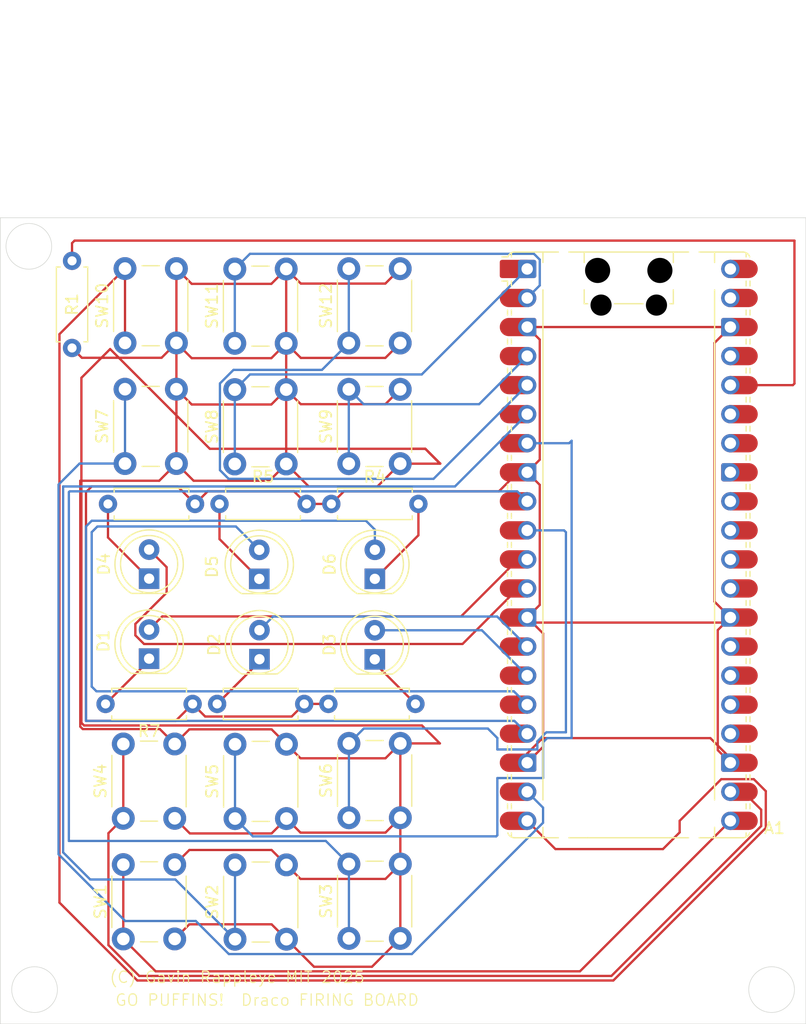
<source format=kicad_pcb>
(kicad_pcb (version 20241229) (generator "pcbnew") (generator_version "9.0")
  (layers (0 "F.Cu" signal) (2 "B.Cu" signal) (13 "F.Paste" user) (15 "B.Paste" user) (5 "F.SilkS" user "F.Silkscreen") (7 "B.SilkS" user "B.Silkscreen") (1 "F.Mask" user) (3 "B.Mask" user) (25 "Edge.Cuts" user))
  (net 0 "")
  (net 3 "Net-(A1-GPIO15)")
  (net 5 "Net-(A1-GPIO1)")
  (net 6 "Net-(A1-GPIO4)")
  (net 7 "Net-(A1-GPIO16)")
  (net 8 "Net-(A1-GND-Pad13)")
  (net 9 "Net-(A1-3V3)")
  (net 10 "Net-(A1-GPIO9)")
  (net 11 "Net-(A1-GPIO5)")
  (net 12 "Net-(A1-GPIO6)")
  (net 13 "Net-(A1-GPIO17)")
  (net 15 "Net-(A1-GPIO10)")
  (net 18 "Net-(A1-GPIO12)")
  (net 20 "Net-(A1-GPIO13)")
  (net 22 "Net-(A1-GPIO8)")
  (net 23 "Net-(A1-GPIO11)")
  (net 25 "Net-(A1-GPIO0)")
  (net 27 "Net-(A1-GPIO2)")
  (net 29 "Net-(A1-GPIO7)")
  (net 33 "Net-(A1-GPIO14)")
  (net 34 "Net-(A1-GPIO3)")
  (net 35 "Net-(D1-K)")
  (net 36 "Net-(D2-K)")
  (net 37 "Net-(D3-K)")
  (net 38 "Net-(D4-K)")
  (net 39 "Net-(D5-K)")
  (net 40 "Net-(D6-K)")
  (net 41 "Net-(R1-Pad2)")
  (footprint "Button_Switch_THT:SW_PUSH_6mm" (layer "F.Cu") (at 56.022103 35.48183 90)
    (property "Reference" "SW11")
    (property "Value" "SW_Push")
  )
  (footprint "Resistor_THT:R_Axial_DIN0207_L6.3mm_D2.5mm_P7.62mm_Horizontal" (layer "F.Cu") (at 64.472007 49.527412)
    (property "Reference" "R4")
    (property "Value" "R")
  )
  (footprint "Resistor_THT:R_Axial_DIN0207_L6.3mm_D2.5mm_P7.62mm_Horizontal" (layer "F.Cu") (at 64.212103 67.01494)
    (property "Reference" "R2" (hide yes))
    (property "Value" "R")
  )
  (footprint "LED_THT:LED_D5.0mm" (layer "F.Cu") (at 58.165465 56.085301 90)
    (property "Reference" "D5")
    (property "Value" "LED")
  )
  (footprint "Button_Switch_THT:SW_PUSH_6mm" (layer "F.Cu") (at 46.414486 35.446234 90)
    (property "Reference" "SW10")
    (property "Value" "SW_Push")
  )
  (footprint "Module:RaspberryPi_Pico_Common_Unspecified" (layer "F.Cu") (at 90.5 53.11)
    (property "Reference" "A1")
    (property "Value" "RaspberryPi_Pico")
  )
  (footprint "LED_THT:LED_D5.0mm" (layer "F.Cu") (at 58.180306 63.107374 90)
    (property "Reference" "D2")
    (property "Value" "LED")
  )
  (footprint "Button_Switch_THT:SW_PUSH_6mm" (layer "F.Cu") (at 46.414486 45.996234 90)
    (property "Reference" "SW7")
    (property "Value" "SW_Push")
  )
  (footprint "Button_Switch_THT:SW_PUSH_6mm" (layer "F.Cu") (at 46.265341 77.019912 90)
    (property "Reference" "SW4")
    (property "Value" "SW_Push")
  )
  (footprint "Button_Switch_THT:SW_PUSH_6mm" (layer "F.Cu") (at 46.265341 87.569912 90)
    (property "Reference" "SW1")
    (property "Value" "SW_Push")
  )
  (footprint "Resistor_THT:R_Axial_DIN0207_L6.3mm_D2.5mm_P7.62mm_Horizontal" (layer "F.Cu") (at 52.332103 67.019912 180)
    (property "Reference" "R7")
    (property "Value" "R")
  )
  (footprint "Button_Switch_THT:SW_PUSH_6mm" (layer "F.Cu") (at 56.042822 77.041501 90)
    (property "Reference" "SW5")
    (property "Value" "SW_Push")
  )
  (footprint "LED_THT:LED_D5.0mm" (layer "F.Cu") (at 68.28 56.08 90)
    (property "Reference" "D6")
    (property "Value" "LED")
  )
  (footprint "Resistor_THT:R_Axial_DIN0207_L6.3mm_D2.5mm_P7.62mm_Horizontal" (layer "F.Cu") (at 54.478112 67.018255)
    (property "Reference" "R3" (hide yes))
    (property "Value" "R")
  )
  (footprint "Resistor_THT:R_Axial_DIN0207_L6.3mm_D2.5mm_P7.62mm_Horizontal" (layer "F.Cu") (at 52.545308 49.528807 180)
    (property "Reference" "R6" (hide yes))
    (property "Value" "R")
  )
  (footprint "Button_Switch_THT:SW_PUSH_6mm" (layer "F.Cu") (at 56.042822 87.591501 90)
    (property "Reference" "SW2")
    (property "Value" "SW_Push")
  )
  (footprint "Resistor_THT:R_Axial_DIN0207_L6.3mm_D2.5mm_P7.62mm_Horizontal" (layer "F.Cu") (at 54.684376 49.527412)
    (property "Reference" "R5")
    (property "Value" "R")
  )
  (footprint "LED_THT:LED_D5.0mm" (layer "F.Cu") (at 48.522103 63.059912 90)
    (property "Reference" "D1")
    (property "Value" "LED")
  )
  (footprint "Resistor_THT:R_Axial_DIN0207_L6.3mm_D2.5mm_P7.62mm_Horizontal" (layer "F.Cu") (at 41.78 28.27 -90)
    (property "Reference" "R1")
    (property "Value" "R")
  )
  (footprint "Button_Switch_THT:SW_PUSH_6mm" (layer "F.Cu") (at 65.999685 46.007008 90)
    (property "Reference" "SW9")
    (property "Value" "SW_Push")
  )
  (footprint "Button_Switch_THT:SW_PUSH_6mm" (layer "F.Cu") (at 56.022103 46.03183 90)
    (property "Reference" "SW8")
    (property "Value" "SW_Push")
  )
  (footprint "LED_THT:LED_D5.0mm" (layer "F.Cu") (at 48.524686 56.062613 90)
    (property "Reference" "D4")
    (property "Value" "LED")
  )
  (footprint "Button_Switch_THT:SW_PUSH_6mm" (layer "F.Cu") (at 65.999685 35.457008 90)
    (property "Reference" "SW12")
    (property "Value" "SW_Push")
  )
  (footprint "Button_Switch_THT:SW_PUSH_6mm" (layer "F.Cu") (at 66.009671 87.520309 90)
    (property "Reference" "SW3")
    (property "Value" "SW_Push")
  )
  (footprint "Button_Switch_THT:SW_PUSH_6mm" (layer "F.Cu") (at 66.009671 76.970309 90)
    (property "Reference" "SW6")
    (property "Value" "SW_Push")
  )
  (footprint "LED_THT:LED_D5.0mm" (layer "F.Cu") (at 68.272931 63.116933 90)
    (property "Reference" "D3")
    (property "Value" "LED")
  )
  (gr_rect (start 35.5 24.5) (end 106 95) (stroke (width 0.05)) (fill no) (layer "Edge.Cuts"))
  (gr_circle (center 38 27) (end 40 27) (stroke (width 0.05)) (fill no) (layer "Edge.Cuts"))
  (gr_circle (center 103 92) (end 105 92) (stroke (width 0.05)) (fill no) (layer "Edge.Cuts"))
  (gr_circle (center 38.5 92) (end 40.5 92) (stroke (width 0.05)) (fill no) (layer "Edge.Cuts"))
  (gr_text "(C) Gavin Rappleye MIT 2025" (at 45 91.5 0) (layer "F.SilkS") (effects (font (size 1 1) (thickness 0.1)) (justify left bottom)))
  (gr_text "GO PUFFINS!" (at 45.5 93.5 0) (layer "F.SilkS") (effects (font (size 1 1) (thickness 0.1)) (justify left bottom)))
  (gr_text "Draco FIRING BOARD" (at 56.5 93.5 0) (layer "F.SilkS") (effects (font (size 1 1) (thickness 0.1)) (justify left bottom)))
  (segment (start 93.493007 79.710925) (end 84.080925 79.710925) (width 0.2) (layer "F.Cu") (net 3))
  (segment (start 102.492 77.86215) (end 102.492 74.64495) (width 0.2) (layer "F.Cu") (net 3))
  (segment (start 47.491437 91.203) (end 89.15115 91.203) (width 0.2) (layer "F.Cu") (net 3))
  (segment (start 101.44605 73.599) (end 98.593731 73.599) (width 0.2) (layer "F.Cu") (net 3))
  (segment (start 40.679 84.390563) (end 47.491437 91.203) (width 0.2) (layer "F.Cu") (net 3))
  (segment (start 40.679 34.68172) (end 40.679 84.390563) (width 0.2) (layer "F.Cu") (net 3))
  (segment (start 46.414486 35.446234) (end 46.414486 28.946234) (width 0.2) (layer "F.Cu") (net 3))
  (segment (start 94.952731 78.251201) (end 93.493007 79.710925) (width 0.2) (layer "F.Cu") (net 3))
  (segment (start 84.080925 79.710925) (end 81.61 77.24) (width 0.2) (layer "F.Cu") (net 3))
  (segment (start 94.952731 77.24) (end 94.952731 78.251201) (width 0.2) (layer "F.Cu") (net 3))
  (segment (start 89.15115 91.203) (end 102.492 77.86215) (width 0.2) (layer "F.Cu") (net 3))
  (segment (start 98.593731 73.599) (end 94.952731 77.24) (width 0.2) (layer "F.Cu") (net 3))
  (segment (start 46.414486 28.946234) (end 40.679 34.68172) (width 0.2) (layer "F.Cu") (net 3))
  (segment (start 102.492 74.64495) (end 101.44605 73.599) (width 0.2) (layer "F.Cu") (net 3))
  (segment (start 81.61 31.52) (end 82.711 30.419) (width 0.2) (layer "B.Cu") (net 5))
  (segment (start 82.711 30.419) (end 82.711 28.166936) (width 0.2) (layer "B.Cu") (net 5))
  (segment (start 57.347925 27.656008) (end 56.022103 28.98183) (width 0.2) (layer "B.Cu") (net 5))
  (segment (start 82.711 28.166936) (end 82.200072 27.656008) (width 0.2) (layer "B.Cu") (net 5))
  (segment (start 56.022103 28.98183) (end 56.022103 35.48183) (width 0.2) (layer "B.Cu") (net 5))
  (segment (start 82.200072 27.656008) (end 57.347925 27.656008) (width 0.2) (layer "B.Cu") (net 5))
  (segment (start 41 80) (end 43.370912 82.370912) (width 0.2) (layer "B.Cu") (net 6))
  (segment (start 56.042822 87.591501) (end 56.042822 81.091501) (width 0.2) (layer "B.Cu") (net 6))
  (segment (start 81.61 41.68) (end 75.29 48) (width 0.2) (layer "B.Cu") (net 6))
  (segment (start 41 48) (end 41 80) (width 0.2) (layer "B.Cu") (net 6))
  (segment (start 75.29 48) (end 41 48) (width 0.2) (layer "B.Cu") (net 6))
  (segment (start 50.822233 82.370912) (end 56.042822 87.591501) (width 0.2) (layer "B.Cu") (net 6))
  (segment (start 43.370912 82.370912) (end 50.822233 82.370912) (width 0.2) (layer "B.Cu") (net 6))
  (segment (start 46.265341 81.069912) (end 46.265341 87.569912) (width 0.2) (layer "F.Cu") (net 7))
  (segment (start 49.096429 90.401) (end 86.229 90.401) (width 0.2) (layer "F.Cu") (net 7))
  (segment (start 86.229 90.401) (end 99.39 77.24) (width 0.2) (layer "F.Cu") (net 7))
  (segment (start 46.265341 87.569912) (end 49.096429 90.401) (width 0.2) (layer "F.Cu") (net 7))
  (segment (start 99.39 71.757164) (end 99.39 72.16) (width 0.2) (layer "F.Cu") (net 8))
  (segment (start 81.61 71.355) (end 82.956 70.009) (width 0.2) (layer "F.Cu") (net 8))
  (segment (start 43 48.5) (end 43.5 48) (width 0.2) (layer "F.Cu") (net 8))
  (segment (start 62.101427 67.01494) (end 62.098112 67.018255) (width 0.2) (layer "F.Cu") (net 8))
  (segment (start 99.39 59.46) (end 98.289 60.561) (width 0.2) (layer "F.Cu") (net 8))
  (segment (start 81.61 72.16) (end 81.61 71.355) (width 0.2) (layer "F.Cu") (net 8))
  (segment (start 82.956 70.009) (end 97.641836 70.009) (width 0.2) (layer "F.Cu") (net 8))
  (segment (start 98 35.45) (end 98 58.07) (width 0.2) (layer "F.Cu") (net 8))
  (segment (start 52.545308 49.528807) (end 53.647703 48.426412) (width 0.2) (layer "F.Cu") (net 8))
  (segment (start 83 70.77) (end 81.61 72.16) (width 0.2) (layer "F.Cu") (net 8))
  (segment (start 43 68.5) (end 43 48.5) (width 0.2) (layer "F.Cu") (net 8))
  (segment (start 82.05296 59.90296) (end 99.74704 59.90296) (width 0.2) (layer "F.Cu") (net 8))
  (segment (start 81.61 59.46) (end 82.05296 59.90296) (width 0.2) (layer "F.Cu") (net 8))
  (segment (start 64.212103 67.01494) (end 62.101427 67.01494) (width 0.2) (layer "F.Cu") (net 8))
  (segment (start 62.304376 49.527412) (end 64.472007 49.527412) (width 0.2) (layer "F.Cu") (net 8))
  (segment (start 98 58.07) (end 99.39 59.46) (width 0.2) (layer "F.Cu") (net 8))
  (segment (start 61.203376 48.426412) (end 62.304376 49.527412) (width 0.2) (layer "F.Cu") (net 8))
  (segment (start 99.74704 59.90296) (end 100.19 59.46) (width 0.2) (layer "F.Cu") (net 8))
  (segment (start 53.431446 68.119255) (end 52.332103 67.019912) (width 0.2) (layer "F.Cu") (net 8))
  (segment (start 98.289 71.059) (end 99.39 72.16) (width 0.2) (layer "F.Cu") (net 8))
  (segment (start 81.61 34.06) (end 82.711 35.161) (width 0.2) (layer "F.Cu") (net 8))
  (segment (start 79.138588 48.426412) (end 80.805 46.76) (width 0.2) (layer "F.Cu") (net 8))
  (segment (start 81.61 59.46) (end 83 60.85) (width 0.2) (layer "F.Cu") (net 8))
  (segment (start 81.61 46.76) (end 82.711 47.861) (width 0.2) (layer "F.Cu") (net 8))
  (segment (start 53.647703 48.426412) (end 61.203376 48.426412) (width 0.2) (layer "F.Cu") (net 8))
  (segment (start 43.5 48) (end 51.016501 48) (width 0.2) (layer "F.Cu") (net 8))
  (segment (start 98.289 60.561) (end 98.289 71.059) (width 0.2) (layer "F.Cu") (net 8))
  (segment (start 65.573588 48.426412) (end 79.138588 48.426412) (width 0.2) (layer "F.Cu") (net 8))
  (segment (start 82.711 47.861) (end 82.711 58.359) (width 0.2) (layer "F.Cu") (net 8))
  (segment (start 81.61 34.06) (end 99.39 34.06) (width 0.2) (layer "F.Cu") (net 8))
  (segment (start 52.332103 67.019912) (end 50.852015 68.5) (width 0.2) (layer "F.Cu") (net 8))
  (segment (start 99.39 34.06) (end 98 35.45) (width 0.2) (layer "F.Cu") (net 8))
  (segment (start 82.711 58.359) (end 81.61 59.46) (width 0.2) (layer "F.Cu") (net 8))
  (segment (start 51.016501 48) (end 52.545308 49.528807) (width 0.2) (layer "F.Cu") (net 8))
  (segment (start 60.997112 68.119255) (end 53.431446 68.119255) (width 0.2) (layer "F.Cu") (net 8))
  (segment (start 64.472588 49.527412) (end 65.573588 48.426412) (width 0.2) (layer "F.Cu") (net 8))
  (segment (start 50.852015 68.5) (end 43 68.5) (width 0.2) (layer "F.Cu") (net 8))
  (segment (start 82.711 35.161) (end 82.711 45.659) (width 0.2) (layer "F.Cu") (net 8))
  (segment (start 82.711 45.659) (end 81.61 46.76) (width 0.2) (layer "F.Cu") (net 8))
  (segment (start 80.805 46.76) (end 81.61 46.76) (width 0.2) (layer "F.Cu") (net 8))
  (segment (start 62.098112 67.018255) (end 60.997112 68.119255) (width 0.2) (layer "F.Cu") (net 8))
  (segment (start 97.641836 70.009) (end 99.39 71.757164) (width 0.2) (layer "F.Cu") (net 8))
  (segment (start 64.472007 49.527412) (end 64.472588 49.527412) (width 0.2) (layer "F.Cu") (net 8))
  (segment (start 83 60.85) (end 83 70.77) (width 0.2) (layer "F.Cu") (net 8))
  (segment (start 105 39) (end 104.86 39.14) (width 0.2) (layer "F.Cu") (net 9))
  (segment (start 104.86 39.14) (end 99.39 39.14) (width 0.2) (layer "F.Cu") (net 9))
  (segment (start 41.78 28.27) (end 41.78 26.72) (width 0.2) (layer "F.Cu") (net 9))
  (segment (start 41.78 26.72) (end 42 26.5) (width 0.2) (layer "F.Cu") (net 9))
  (segment (start 105 26.5) (end 105 39) (width 0.2) (layer "F.Cu") (net 9))
  (segment (start 42 26.5) (end 105 26.5) (width 0.2) (layer "F.Cu") (net 9))
  (segment (start 48.524686 53.522613) (end 50.057243 55.05517) (width 0.2) (layer "F.Cu") (net 10))
  (segment (start 47.321103 60.022441) (end 47.321103 61.017383) (width 0.2) (layer "F.Cu") (net 10))
  (segment (start 47.321103 61.017383) (end 48.081653 61.777933) (width 0.2) (layer "F.Cu") (net 10))
  (segment (start 48.081653 61.777933) (end 75.952067 61.777933) (width 0.2) (layer "F.Cu") (net 10))
  (segment (start 50.057243 55.05517) (end 50.057243 57.286301) (width 0.2) (layer "F.Cu") (net 10))
  (segment (start 75.952067 61.777933) (end 80.81 56.92) (width 0.2) (layer "F.Cu") (net 10))
  (segment (start 50.057243 57.286301) (end 47.321103 60.022441) (width 0.2) (layer "F.Cu") (net 10))
  (segment (start 85.5 70) (end 85.5 44) (width 0.2) (layer "B.Cu") (net 11))
  (segment (start 56.042822 77.041501) (end 57.600321 78.599) (width 0.2) (layer "B.Cu") (net 11))
  (segment (start 78.901 78.599) (end 79 78.5) (width 0.2) (layer "B.Cu") (net 11))
  (segment (start 85.28 44.22) (end 81.61 44.22) (width 0.2) (layer "B.Cu") (net 11))
  (segment (start 83 73.5) (end 83 70.367164) (width 0.2) (layer "B.Cu") (net 11))
  (segment (start 56.042822 77.041501) (end 56.042822 70.541501) (width 0.2) (layer "B.Cu") (net 11))
  (segment (start 85.5 44) (end 85.28 44.22) (width 0.2) (layer "B.Cu") (net 11))
  (segment (start 79 78.5) (end 79 73.5) (width 0.2) (layer "B.Cu") (net 11))
  (segment (start 83 70.367164) (end 83.367164 70) (width 0.2) (layer "B.Cu") (net 11))
  (segment (start 57.600321 78.599) (end 78.901 78.599) (width 0.2) (layer "B.Cu") (net 11))
  (segment (start 83.367164 70) (end 85.5 70) (width 0.2) (layer "B.Cu") (net 11))
  (segment (start 79 73.5) (end 83 73.5) (width 0.2) (layer "B.Cu") (net 11))
  (segment (start 41.5 79) (end 41.5 48.5) (width 0.2) (layer "B.Cu") (net 12))
  (segment (start 41.572193 48.427807) (end 80.737807 48.427807) (width 0.2) (layer "B.Cu") (net 12))
  (segment (start 63.989362 79) (end 41.5 79) (width 0.2) (layer "B.Cu") (net 12))
  (segment (start 41.5 48.5) (end 41.572193 48.427807) (width 0.2) (layer "B.Cu") (net 12))
  (segment (start 80.737807 48.427807) (end 81.61 49.3) (width 0.2) (layer "B.Cu") (net 12))
  (segment (start 66.009671 81.020309) (end 63.989362 79) (width 0.2) (layer "B.Cu") (net 12))
  (segment (start 66.009671 87.520309) (end 66.009671 81.020309) (width 0.2) (layer "B.Cu") (net 12))
  (segment (start 44.964341 88.108804) (end 47.657537 90.802) (width 0.2) (layer "F.Cu") (net 13))
  (segment (start 47.657537 90.802) (end 88.98505 90.802) (width 0.2) (layer "F.Cu") (net 13))
  (segment (start 102.091 76.26963) (end 100.52137 74.7) (width 0.2) (layer "F.Cu") (net 13))
  (segment (start 102.091 77.69605) (end 102.091 76.26963) (width 0.2) (layer "F.Cu") (net 13))
  (segment (start 44.964341 78.320912) (end 44.964341 88.108804) (width 0.2) (layer "F.Cu") (net 13))
  (segment (start 46.265341 77.019912) (end 44.964341 78.320912) (width 0.2) (layer "F.Cu") (net 13))
  (segment (start 88.98505 90.802) (end 102.091 77.69605) (width 0.2) (layer "F.Cu") (net 13))
  (segment (start 100.52137 74.7) (end 99.39 74.7) (width 0.2) (layer "F.Cu") (net 13))
  (segment (start 46.265341 70.519912) (end 46.265341 77.019912) (width 0.2) (layer "F.Cu") (net 13))
  (segment (start 81.61 62) (end 78.985933 59.375933) (width 0.2) (layer "B.Cu") (net 15))
  (segment (start 59.371747 59.375933) (end 58.180306 60.567374) (width 0.2) (layer "B.Cu") (net 15))
  (segment (start 78.985933 59.375933) (end 59.371747 59.375933) (width 0.2) (layer "B.Cu") (net 15))
  (segment (start 43.5 65.5) (end 43.5 52) (width 0.2) (layer "B.Cu") (net 18))
  (segment (start 44 51.5) (end 56.120164 51.5) (width 0.2) (layer "B.Cu") (net 18))
  (segment (start 80.44394 65.91394) (end 43.91394 65.91394) (width 0.2) (layer "B.Cu") (net 18))
  (segment (start 56.120164 51.5) (end 58.165465 53.545301) (width 0.2) (layer "B.Cu") (net 18))
  (segment (start 81.61 67.08) (end 80.44394 65.91394) (width 0.2) (layer "B.Cu") (net 18))
  (segment (start 43.5 52) (end 44 51.5) (width 0.2) (layer "B.Cu") (net 18))
  (segment (start 43.91394 65.91394) (end 43.5 65.5) (width 0.2) (layer "B.Cu") (net 18))
  (segment (start 68.28 51.78) (end 67.5 51) (width 0.2) (layer "B.Cu") (net 20))
  (segment (start 43.5 51) (end 43 51.5) (width 0.2) (layer "B.Cu") (net 20))
  (segment (start 68.28 52) (end 68.28 53.54) (width 0.2) (layer "B.Cu") (net 20))
  (segment (start 43.5 51) (end 67.5 51) (width 0.2) (layer "B.Cu") (net 20))
  (segment (start 43 68.5) (end 43 51.5) (width 0.2) (layer "B.Cu") (net 20))
  (segment (start 80.49 68.5) (end 43 68.5) (width 0.2) (layer "B.Cu") (net 20))
  (segment (start 68.28 52) (end 68.28 51.78) (width 0.2) (layer "B.Cu") (net 20))
  (segment (start 81.61 69.62) (end 80.49 68.5) (width 0.2) (layer "B.Cu") (net 20))
  (segment (start 49.675641 59.366374) (end 75.823626 59.366374) (width 0.2) (layer "F.Cu") (net 22))
  (segment (start 48.522103 60.519912) (end 49.675641 59.366374) (width 0.2) (layer "F.Cu") (net 22))
  (segment (start 75.823626 59.366374) (end 80.81 54.38) (width 0.2) (layer "F.Cu") (net 22))
  (segment (start 77.646933 60.576933) (end 68.272931 60.576933) (width 0.2) (layer "B.Cu") (net 23))
  (segment (start 81.61 64.54) (end 77.646933 60.576933) (width 0.2) (layer "B.Cu") (net 23))
  (segment (start 57.347925 38.206008) (end 72.383992 38.206008) (width 0.2) (layer "B.Cu") (net 25))
  (segment (start 56.022103 39.53183) (end 57.347925 38.206008) (width 0.2) (layer "B.Cu") (net 25))
  (segment (start 72.383992 38.206008) (end 81.61 28.98) (width 0.2) (layer "B.Cu") (net 25))
  (segment (start 56.022103 39.53183) (end 56.022103 46.03183) (width 0.2) (layer "B.Cu") (net 25))
  (segment (start 81.61 36.6) (end 77.401992 40.808008) (width 0.2) (layer "B.Cu") (net 27))
  (segment (start 65.999685 39.507008) (end 65.999685 46.007008) (width 0.2) (layer "B.Cu") (net 27))
  (segment (start 77.401992 40.808008) (end 67.300685 40.808008) (width 0.2) (layer "B.Cu") (net 27))
  (segment (start 67.300685 40.808008) (end 65.999685 39.507008) (width 0.2) (layer "B.Cu") (net 27))
  (segment (start 85 52) (end 84.84 51.84) (width 0.2) (layer "B.Cu") (net 29))
  (segment (start 82.5 71) (end 82.5 70.28705) (width 0.2) (layer "B.Cu") (net 29))
  (segment (start 66.009671 70.470309) (end 67.310671 69.169309) (width 0.2) (layer "B.Cu") (net 29))
  (segment (start 82.5 70.28705) (end 83.28705 69.5) (width 0.2) (layer "B.Cu") (net 29))
  (segment (start 79 70) (end 79 71) (width 0.2) (layer "B.Cu") (net 29))
  (segment (start 85 69.5) (end 85 52) (width 0.2) (layer "B.Cu") (net 29))
  (segment (start 66.009671 76.970309) (end 66.009671 70.470309) (width 0.2) (layer "B.Cu") (net 29))
  (segment (start 84.84 51.84) (end 81.61 51.84) (width 0.2) (layer "B.Cu") (net 29))
  (segment (start 83.28705 69.5) (end 85 69.5) (width 0.2) (layer "B.Cu") (net 29))
  (segment (start 67.310671 69.169309) (end 78.169309 69.169309) (width 0.2) (layer "B.Cu") (net 29))
  (segment (start 79 71) (end 82.5 71) (width 0.2) (layer "B.Cu") (net 29))
  (segment (start 78.169309 69.169309) (end 79 70) (width 0.2) (layer "B.Cu") (net 29))
  (segment (start 46.414486 39.496234) (end 46.414486 45.996234) (width 0.2) (layer "B.Cu") (net 33))
  (segment (start 42.436666 45.996234) (end 40.599 47.8339) (width 0.2) (layer "B.Cu") (net 33))
  (segment (start 71.514549 88.892501) (end 83 77.40705) (width 0.2) (layer "B.Cu") (net 33))
  (segment (start 83 76.09) (end 81.61 74.7) (width 0.2) (layer "B.Cu") (net 33))
  (segment (start 46.414486 45.996234) (end 42.436666 45.996234) (width 0.2) (layer "B.Cu") (net 33))
  (segment (start 55.50393 88.892501) (end 71.514549 88.892501) (width 0.2) (layer "B.Cu") (net 33))
  (segment (start 83 77.40705) (end 83 76.09) (width 0.2) (layer "B.Cu") (net 33))
  (segment (start 52.611429 86) (end 55.50393 88.892501) (width 0.2) (layer "B.Cu") (net 33))
  (segment (start 46.4329 86) (end 52.611429 86) (width 0.2) (layer "B.Cu") (net 33))
  (segment (start 40.599 80.1661) (end 46.4329 86) (width 0.2) (layer "B.Cu") (net 33))
  (segment (start 40.599 47.8339) (end 40.599 80.1661) (width 0.2) (layer "B.Cu") (net 33))
  (segment (start 55.909033 37.805008) (end 63.651685 37.805008) (width 0.2) (layer "B.Cu") (net 34))
  (segment (start 65.999685 28.957008) (end 65.999685 35.457008) (width 0.2) (layer "B.Cu") (net 34))
  (segment (start 73.41717 47.33283) (end 55.483211 47.33283) (width 0.2) (layer "B.Cu") (net 34))
  (segment (start 81.61 39.14) (end 73.41717 47.33283) (width 0.2) (layer "B.Cu") (net 34))
  (segment (start 55.483211 47.33283) (end 54.721103 46.570722) (width 0.2) (layer "B.Cu") (net 34))
  (segment (start 54.721103 46.570722) (end 54.721103 38.992938) (width 0.2) (layer "B.Cu") (net 34))
  (segment (start 63.651685 37.805008) (end 65.999685 35.457008) (width 0.2) (layer "B.Cu") (net 34))
  (segment (start 54.721103 38.992938) (end 55.909033 37.805008) (width 0.2) (layer "B.Cu") (net 34))
  (segment (start 48.522103 63.059912) (end 48.522103 63.209912) (width 0.2) (layer "F.Cu") (net 35))
  (segment (start 48.522103 63.209912) (end 44.712103 67.019912) (width 0.2) (layer "F.Cu") (net 35))
  (segment (start 58.180306 63.316061) (end 54.478112 67.018255) (width 0.2) (layer "F.Cu") (net 36))
  (segment (start 58.180306 63.107374) (end 58.180306 63.316061) (width 0.2) (layer "F.Cu") (net 36))
  (segment (start 68.272931 63.116933) (end 68.272931 63.455768) (width 0.2) (layer "F.Cu") (net 37))
  (segment (start 68.272931 63.455768) (end 71.832103 67.01494) (width 0.2) (layer "F.Cu") (net 37))
  (segment (start 44.925308 52.463235) (end 44.925308 49.528807) (width 0.2) (layer "F.Cu") (net 38))
  (segment (start 48.524686 56.062613) (end 44.925308 52.463235) (width 0.2) (layer "F.Cu") (net 38))
  (segment (start 54.684376 52.604212) (end 54.684376 49.527412) (width 0.2) (layer "F.Cu") (net 39))
  (segment (start 58.165465 56.085301) (end 54.684376 52.604212) (width 0.2) (layer "F.Cu") (net 39))
  (segment (start 72.092007 52.267993) (end 72.092007 49.527412) (width 0.2) (layer "F.Cu") (net 40))
  (segment (start 68.28 56.08) (end 72.092007 52.267993) (width 0.2) (layer "F.Cu") (net 40))
  (segment (start 59.053933 47.5) (end 60.522103 46.03183) (width 0.2) (layer "F.Cu") (net 41))
  (segment (start 70.509671 70.470309) (end 70.509671 76.970309) (width 0.2) (layer "F.Cu") (net 41))
  (segment (start 70.509671 87.520309) (end 68.02998 90) (width 0.2) (layer "F.Cu") (net 41))
  (segment (start 42.599 38.499612) (end 42.599 68.6661) (width 0.2) (layer "F.Cu") (net 41))
  (segment (start 50.914486 28.946234) (end 52.251082 30.28283) (width 0.2) (layer "F.Cu") (net 41))
  (segment (start 52.044752 86.290501) (end 50.765341 87.569912) (width 0.2) (layer "F.Cu") (net 41))
  (segment (start 70.509671 76.970309) (end 70.509671 81.020309) (width 0.2) (layer "F.Cu") (net 41))
  (segment (start 59.241822 86.290501) (end 52.044752 86.290501) (width 0.2) (layer "F.Cu") (net 41))
  (segment (start 70.499685 46.007008) (end 73.978976 46.007008) (width 0.2) (layer "F.Cu") (net 41))
  (segment (start 69.198685 36.758008) (end 70.499685 35.457008) (width 0.2) (layer "F.Cu") (net 41))
  (segment (start 50.765341 70.519912) (end 49.464341 69.218912) (width 0.2) (layer "F.Cu") (net 41))
  (segment (start 45.113486 35.985126) (end 42.599 38.499612) (width 0.2) (layer "F.Cu") (net 41))
  (segment (start 60.522103 28.98183) (end 61.798281 30.258008) (width 0.2) (layer "F.Cu") (net 41))
  (segment (start 50.914486 39.496234) (end 50.914486 45.996234) (width 0.2) (layer "F.Cu") (net 41))
  (segment (start 60.542822 87.591501) (end 59.241822 86.290501) (width 0.2) (layer "F.Cu") (net 41))
  (segment (start 49.613486 36.747234) (end 50.914486 35.446234) (width 0.2) (layer "F.Cu") (net 41))
  (segment (start 42.8339 68.901) (end 72.401 68.901) (width 0.2) (layer "F.Cu") (net 41))
  (segment (start 50.914486 35.446234) (end 50.914486 39.496234) (width 0.2) (layer "F.Cu") (net 41))
  (segment (start 68.02998 90) (end 62.951321 90) (width 0.2) (layer "F.Cu") (net 41))
  (segment (start 69.208671 71.771309) (end 61.77263 71.771309) (width 0.2) (layer "F.Cu") (net 41))
  (segment (start 42.5 69) (end 42.5 47.5) (width 0.2) (layer "F.Cu") (net 41))
  (segment (start 74 46) (end 72.706008 44.706008) (width 0.2) (layer "F.Cu") (net 41))
  (segment (start 60.522103 35.48183) (end 60.522103 28.98183) (width 0.2) (layer "F.Cu") (net 41))
  (segment (start 60.522103 35.48183) (end 59.221103 36.78283) (width 0.2) (layer "F.Cu") (net 41))
  (segment (start 50.914486 28.946234) (end 50.914486 35.446234) (width 0.2) (layer "F.Cu") (net 41))
  (segment (start 73.978976 45.992992) (end 72.992992 45.007008) (width 0.2) (layer "F.Cu") (net 41))
  (segment (start 60.522103 46.03183) (end 60.522103 39.53183) (width 0.2) (layer "F.Cu") (net 41))
  (segment (start 49.464341 69.218912) (end 42.718912 69.218912) (width 0.2) (layer "F.Cu") (net 41))
  (segment (start 69.208671 78.271309) (end 61.77263 78.271309) (width 0.2) (layer "F.Cu") (net 41))
  (segment (start 60.542822 81.091501) (end 59.241822 79.790501) (width 0.2) (layer "F.Cu") (net 41))
  (segment (start 59.221103 36.78283) (end 52.251082 36.78283) (width 0.2) (layer "F.Cu") (net 41))
  (segment (start 59.241822 79.790501) (end 52.044752 79.790501) (width 0.2) (layer "F.Cu") (net 41))
  (segment (start 69.198685 40.808008) (end 70.499685 39.507008) (width 0.2) (layer "F.Cu") (net 41))
  (segment (start 72.691992 44.706008) (end 71.5 44.706008) (width 0.2) (layer "F.Cu") (net 41))
  (segment (start 73.992992 46.007008) (end 74 46) (width 0.2) (layer "F.Cu") (net 41))
  (segment (start 70.509671 76.970309) (end 70.970309 76.970309) (width 0.2) (layer "F.Cu") (net 41))
  (segment (start 60.522103 39.53183) (end 61.798281 40.808008) (width 0.2) (layer "F.Cu") (net 41))
  (segment (start 61.798281 30.258008) (end 69.198685 30.258008) (width 0.2) (layer "F.Cu") (net 41))
  (segment (start 52.251082 40.83283) (end 59.221103 40.83283) (width 0.2) (layer "F.Cu") (net 41))
  (segment (start 69.198685 30.258008) (end 70.499685 28.957008) (width 0.2) (layer "F.Cu") (net 41))
  (segment (start 42.599 68.6661) (end 42.8339 68.901) (width 0.2) (layer "F.Cu") (net 41))
  (segment (start 72.706008 44.706008) (end 71.5 44.706008) (width 0.2) (layer "F.Cu") (net 41))
  (segment (start 73.992992 46.007008) (end 72.992992 45.007008) (width 0.2) (layer "F.Cu") (net 41))
  (segment (start 42.5 47.5) (end 49.41072 47.5) (width 0.2) (layer "F.Cu") (net 41))
  (segment (start 52.044752 69.240501) (end 50.765341 70.519912) (width 0.2) (layer "F.Cu") (net 41))
  (segment (start 60.522103 39.53183) (end 60.522103 35.48183) (width 0.2) (layer "F.Cu") (net 41))
  (segment (start 69.208671 71.771309) (end 70.509671 70.470309) (width 0.2) (layer "F.Cu") (net 41))
  (segment (start 73.992992 46.007008) (end 73.992992 45.992992) (width 0.2) (layer "F.Cu") (net 41))
  (segment (start 52.08793 78.342501) (end 50.765341 77.019912) (width 0.2) (layer "F.Cu") (net 41))
  (segment (start 61.77263 71.771309) (end 60.542822 70.541501) (width 0.2) (layer "F.Cu") (net 41))
  (segment (start 52.418252 47.5) (end 59.053933 47.5) (width 0.2) (layer "F.Cu") (net 41))
  (segment (start 62.951321 90) (end 60.542822 87.591501) (width 0.2) (layer "F.Cu") (net 41))
  (segment (start 50.914486 39.496234) (end 52.251082 40.83283) (width 0.2) (layer "F.Cu") (net 41))
  (segment (start 73.992992 45.992992) (end 73.978976 45.992992) (width 0.2) (layer "F.Cu") (net 41))
  (segment (start 50.914486 45.996234) (end 52.418252 47.5) (width 0.2) (layer "F.Cu") (net 41))
  (segment (start 71.5 44.706008) (end 53.834368 44.706008) (width 0.2) (layer "F.Cu") (net 41))
  (segment (start 52.251082 36.78283) (end 50.914486 35.446234) (width 0.2) (layer "F.Cu") (net 41))
  (segment (start 72.401 68.901) (end 73.970309 70.470309) (width 0.2) (layer "F.Cu") (net 41))
  (segment (start 49.41072 47.5) (end 50.914486 45.996234) (width 0.2) (layer "F.Cu") (net 41))
  (segment (start 62.490273 48) (end 68.506693 48) (width 0.2) (layer "F.Cu") (net 41))
  (segment (start 72.992992 45.007008) (end 72.691992 44.706008) (width 0.2) (layer "F.Cu") (net 41))
  (segment (start 61.77263 82.321309) (end 60.542822 81.091501) (width 0.2) (layer "F.Cu") (net 41))
  (segment (start 59.241822 78.342501) (end 52.08793 78.342501) (width 0.2) (layer "F.Cu") (net 41))
  (segment (start 70.970309 76.970309) (end 71 77) (width 0.2) (layer "F.Cu") (net 41))
  (segment (start 61.77263 78.271309) (end 60.542822 77.041501) (width 0.2) (layer "F.Cu") (net 41))
  (segment (start 60.522103 46.03183) (end 62.490273 48) (width 0.2) (layer "F.Cu") (net 41))
  (segment (start 59.241822 69.240501) (end 52.044752 69.240501) (width 0.2) (layer "F.Cu") (net 41))
  (segment (start 73.978976 46.007008) (end 73.992992 45.992992) (width 0.2) (layer "F.Cu") (net 41))
  (segment (start 73.970309 70.470309) (end 70.509671 70.470309) (width 0.2) (layer "F.Cu") (net 41))
  (segment (start 70.509671 81.020309) (end 69.208671 82.321309) (width 0.2) (layer "F.Cu") (net 41))
  (segment (start 61.798281 36.758008) (end 69.198685 36.758008) (width 0.2) (layer "F.Cu") (net 41))
  (segment (start 52.044752 79.790501) (end 50.765341 81.069912) (width 0.2) (layer "F.Cu") (net 41))
  (segment (start 61.798281 40.808008) (end 69.198685 40.808008) (width 0.2) (layer "F.Cu") (net 41))
  (segment (start 69.208671 82.321309) (end 61.77263 82.321309) (width 0.2) (layer "F.Cu") (net 41))
  (segment (start 68.506693 48) (end 70.499685 46.007008) (width 0.2) (layer "F.Cu") (net 41))
  (segment (start 60.542822 70.541501) (end 59.241822 69.240501) (width 0.2) (layer "F.Cu") (net 41))
  (segment (start 42.637234 36.747234) (end 49.613486 36.747234) (width 0.2) (layer "F.Cu") (net 41))
  (segment (start 59.221103 40.83283) (end 60.522103 39.53183) (width 0.2) (layer "F.Cu") (net 41))
  (segment (start 42.718912 69.218912) (end 42.5 69) (width 0.2) (layer "F.Cu") (net 41))
  (segment (start 52.251082 30.28283) (end 59.221103 30.28283) (width 0.2) (layer "F.Cu") (net 41))
  (segment (start 70.509671 76.970309) (end 69.208671 78.271309) (width 0.2) (layer "F.Cu") (net 41))
  (segment (start 59.221103 30.28283) (end 60.522103 28.98183) (width 0.2) (layer "F.Cu") (net 41))
  (segment (start 60.522103 35.48183) (end 61.798281 36.758008) (width 0.2) (layer "F.Cu") (net 41))
  (segment (start 41.78 35.89) (end 42.637234 36.747234) (width 0.2) (layer "F.Cu") (net 41))
  (segment (start 53.834368 44.706008) (end 45.113486 35.985126) (width 0.2) (layer "F.Cu") (net 41))
  (segment (start 60.542822 77.041501) (end 59.241822 78.342501) (width 0.2) (layer "F.Cu") (net 41))
  (segment (start 70.509671 81.020309) (end 70.509671 87.520309) (width 0.2) (layer "F.Cu") (net 41))
)
</source>
